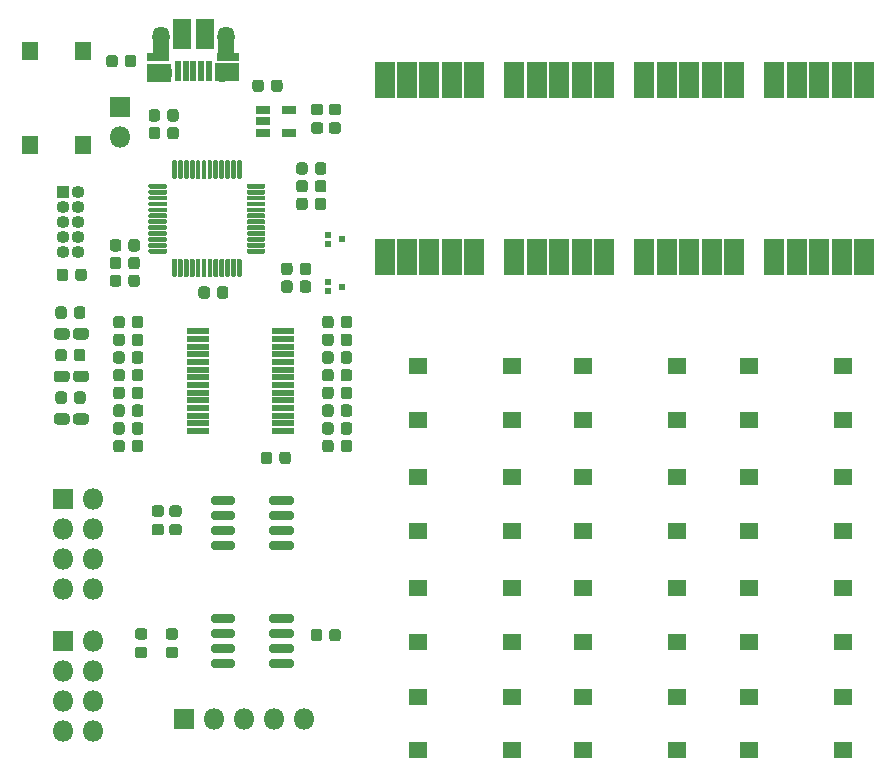
<source format=gbr>
%TF.GenerationSoftware,KiCad,Pcbnew,5.1.6~rc1+dfsg1-1+b1*%
%TF.CreationDate,2020-05-13T20:21:58-07:00*%
%TF.ProjectId,target_board,74617267-6574-45f6-926f-6172642e6b69,rev?*%
%TF.SameCoordinates,Original*%
%TF.FileFunction,Soldermask,Top*%
%TF.FilePolarity,Negative*%
%FSLAX46Y46*%
G04 Gerber Fmt 4.6, Leading zero omitted, Abs format (unit mm)*
G04 Created by KiCad (PCBNEW 5.1.6~rc1+dfsg1-1+b1) date 2020-05-13 20:21:58*
%MOMM*%
%LPD*%
G01*
G04 APERTURE LIST*
%ADD10R,1.650000X1.400000*%
%ADD11R,1.450000X2.100000*%
%ADD12R,1.925000X0.800000*%
%ADD13R,2.100000X1.600000*%
%ADD14R,0.500000X1.750000*%
%ADD15O,1.200000X1.600000*%
%ADD16O,1.450000X1.800000*%
%ADD17R,1.530000X2.600000*%
%ADD18R,1.800000X1.800000*%
%ADD19O,1.800000X1.800000*%
%ADD20R,1.100000X1.100000*%
%ADD21O,1.100000X1.100000*%
%ADD22R,0.550000X0.500000*%
%ADD23R,0.550000X0.600000*%
%ADD24R,1.400000X1.650000*%
%ADD25R,1.160000X0.750000*%
%ADD26R,1.750000X3.100000*%
%ADD27R,1.850000X0.550000*%
G04 APERTURE END LIST*
%TO.C,R29*%
G36*
G01*
X42918750Y-90487500D02*
X43481250Y-90487500D01*
G75*
G02*
X43725000Y-90731250I0J-243750D01*
G01*
X43725000Y-91218750D01*
G75*
G02*
X43481250Y-91462500I-243750J0D01*
G01*
X42918750Y-91462500D01*
G75*
G02*
X42675000Y-91218750I0J243750D01*
G01*
X42675000Y-90731250D01*
G75*
G02*
X42918750Y-90487500I243750J0D01*
G01*
G37*
G36*
G01*
X42918750Y-88912500D02*
X43481250Y-88912500D01*
G75*
G02*
X43725000Y-89156250I0J-243750D01*
G01*
X43725000Y-89643750D01*
G75*
G02*
X43481250Y-89887500I-243750J0D01*
G01*
X42918750Y-89887500D01*
G75*
G02*
X42675000Y-89643750I0J243750D01*
G01*
X42675000Y-89156250D01*
G75*
G02*
X42918750Y-88912500I243750J0D01*
G01*
G37*
%TD*%
%TO.C,R28*%
G36*
G01*
X40318750Y-90487500D02*
X40881250Y-90487500D01*
G75*
G02*
X41125000Y-90731250I0J-243750D01*
G01*
X41125000Y-91218750D01*
G75*
G02*
X40881250Y-91462500I-243750J0D01*
G01*
X40318750Y-91462500D01*
G75*
G02*
X40075000Y-91218750I0J243750D01*
G01*
X40075000Y-90731250D01*
G75*
G02*
X40318750Y-90487500I243750J0D01*
G01*
G37*
G36*
G01*
X40318750Y-88912500D02*
X40881250Y-88912500D01*
G75*
G02*
X41125000Y-89156250I0J-243750D01*
G01*
X41125000Y-89643750D01*
G75*
G02*
X40881250Y-89887500I-243750J0D01*
G01*
X40318750Y-89887500D01*
G75*
G02*
X40075000Y-89643750I0J243750D01*
G01*
X40075000Y-89156250D01*
G75*
G02*
X40318750Y-88912500I243750J0D01*
G01*
G37*
%TD*%
D10*
%TO.C,SW6*%
X78020000Y-71250000D03*
X78020000Y-66750000D03*
X85980000Y-66750000D03*
X85980000Y-71250000D03*
%TD*%
%TO.C,SW5*%
X71980000Y-99250000D03*
X71980000Y-94750000D03*
X64020000Y-94750000D03*
X64020000Y-99250000D03*
%TD*%
%TO.C,U3*%
G36*
G01*
X43512500Y-59200000D02*
X43312500Y-59200000D01*
G75*
G02*
X43212500Y-59100000I0J100000D01*
G01*
X43212500Y-57725000D01*
G75*
G02*
X43312500Y-57625000I100000J0D01*
G01*
X43512500Y-57625000D01*
G75*
G02*
X43612500Y-57725000I0J-100000D01*
G01*
X43612500Y-59100000D01*
G75*
G02*
X43512500Y-59200000I-100000J0D01*
G01*
G37*
G36*
G01*
X44012500Y-59200000D02*
X43812500Y-59200000D01*
G75*
G02*
X43712500Y-59100000I0J100000D01*
G01*
X43712500Y-57725000D01*
G75*
G02*
X43812500Y-57625000I100000J0D01*
G01*
X44012500Y-57625000D01*
G75*
G02*
X44112500Y-57725000I0J-100000D01*
G01*
X44112500Y-59100000D01*
G75*
G02*
X44012500Y-59200000I-100000J0D01*
G01*
G37*
G36*
G01*
X44512500Y-59200000D02*
X44312500Y-59200000D01*
G75*
G02*
X44212500Y-59100000I0J100000D01*
G01*
X44212500Y-57725000D01*
G75*
G02*
X44312500Y-57625000I100000J0D01*
G01*
X44512500Y-57625000D01*
G75*
G02*
X44612500Y-57725000I0J-100000D01*
G01*
X44612500Y-59100000D01*
G75*
G02*
X44512500Y-59200000I-100000J0D01*
G01*
G37*
G36*
G01*
X45012500Y-59200000D02*
X44812500Y-59200000D01*
G75*
G02*
X44712500Y-59100000I0J100000D01*
G01*
X44712500Y-57725000D01*
G75*
G02*
X44812500Y-57625000I100000J0D01*
G01*
X45012500Y-57625000D01*
G75*
G02*
X45112500Y-57725000I0J-100000D01*
G01*
X45112500Y-59100000D01*
G75*
G02*
X45012500Y-59200000I-100000J0D01*
G01*
G37*
G36*
G01*
X45512500Y-59200000D02*
X45312500Y-59200000D01*
G75*
G02*
X45212500Y-59100000I0J100000D01*
G01*
X45212500Y-57725000D01*
G75*
G02*
X45312500Y-57625000I100000J0D01*
G01*
X45512500Y-57625000D01*
G75*
G02*
X45612500Y-57725000I0J-100000D01*
G01*
X45612500Y-59100000D01*
G75*
G02*
X45512500Y-59200000I-100000J0D01*
G01*
G37*
G36*
G01*
X46012500Y-59200000D02*
X45812500Y-59200000D01*
G75*
G02*
X45712500Y-59100000I0J100000D01*
G01*
X45712500Y-57725000D01*
G75*
G02*
X45812500Y-57625000I100000J0D01*
G01*
X46012500Y-57625000D01*
G75*
G02*
X46112500Y-57725000I0J-100000D01*
G01*
X46112500Y-59100000D01*
G75*
G02*
X46012500Y-59200000I-100000J0D01*
G01*
G37*
G36*
G01*
X46512500Y-59200000D02*
X46312500Y-59200000D01*
G75*
G02*
X46212500Y-59100000I0J100000D01*
G01*
X46212500Y-57725000D01*
G75*
G02*
X46312500Y-57625000I100000J0D01*
G01*
X46512500Y-57625000D01*
G75*
G02*
X46612500Y-57725000I0J-100000D01*
G01*
X46612500Y-59100000D01*
G75*
G02*
X46512500Y-59200000I-100000J0D01*
G01*
G37*
G36*
G01*
X47012500Y-59200000D02*
X46812500Y-59200000D01*
G75*
G02*
X46712500Y-59100000I0J100000D01*
G01*
X46712500Y-57725000D01*
G75*
G02*
X46812500Y-57625000I100000J0D01*
G01*
X47012500Y-57625000D01*
G75*
G02*
X47112500Y-57725000I0J-100000D01*
G01*
X47112500Y-59100000D01*
G75*
G02*
X47012500Y-59200000I-100000J0D01*
G01*
G37*
G36*
G01*
X47512500Y-59200000D02*
X47312500Y-59200000D01*
G75*
G02*
X47212500Y-59100000I0J100000D01*
G01*
X47212500Y-57725000D01*
G75*
G02*
X47312500Y-57625000I100000J0D01*
G01*
X47512500Y-57625000D01*
G75*
G02*
X47612500Y-57725000I0J-100000D01*
G01*
X47612500Y-59100000D01*
G75*
G02*
X47512500Y-59200000I-100000J0D01*
G01*
G37*
G36*
G01*
X48012500Y-59200000D02*
X47812500Y-59200000D01*
G75*
G02*
X47712500Y-59100000I0J100000D01*
G01*
X47712500Y-57725000D01*
G75*
G02*
X47812500Y-57625000I100000J0D01*
G01*
X48012500Y-57625000D01*
G75*
G02*
X48112500Y-57725000I0J-100000D01*
G01*
X48112500Y-59100000D01*
G75*
G02*
X48012500Y-59200000I-100000J0D01*
G01*
G37*
G36*
G01*
X48512500Y-59200000D02*
X48312500Y-59200000D01*
G75*
G02*
X48212500Y-59100000I0J100000D01*
G01*
X48212500Y-57725000D01*
G75*
G02*
X48312500Y-57625000I100000J0D01*
G01*
X48512500Y-57625000D01*
G75*
G02*
X48612500Y-57725000I0J-100000D01*
G01*
X48612500Y-59100000D01*
G75*
G02*
X48512500Y-59200000I-100000J0D01*
G01*
G37*
G36*
G01*
X49012500Y-59200000D02*
X48812500Y-59200000D01*
G75*
G02*
X48712500Y-59100000I0J100000D01*
G01*
X48712500Y-57725000D01*
G75*
G02*
X48812500Y-57625000I100000J0D01*
G01*
X49012500Y-57625000D01*
G75*
G02*
X49112500Y-57725000I0J-100000D01*
G01*
X49112500Y-59100000D01*
G75*
G02*
X49012500Y-59200000I-100000J0D01*
G01*
G37*
G36*
G01*
X51012500Y-57200000D02*
X49637500Y-57200000D01*
G75*
G02*
X49537500Y-57100000I0J100000D01*
G01*
X49537500Y-56900000D01*
G75*
G02*
X49637500Y-56800000I100000J0D01*
G01*
X51012500Y-56800000D01*
G75*
G02*
X51112500Y-56900000I0J-100000D01*
G01*
X51112500Y-57100000D01*
G75*
G02*
X51012500Y-57200000I-100000J0D01*
G01*
G37*
G36*
G01*
X51012500Y-56700000D02*
X49637500Y-56700000D01*
G75*
G02*
X49537500Y-56600000I0J100000D01*
G01*
X49537500Y-56400000D01*
G75*
G02*
X49637500Y-56300000I100000J0D01*
G01*
X51012500Y-56300000D01*
G75*
G02*
X51112500Y-56400000I0J-100000D01*
G01*
X51112500Y-56600000D01*
G75*
G02*
X51012500Y-56700000I-100000J0D01*
G01*
G37*
G36*
G01*
X51012500Y-56200000D02*
X49637500Y-56200000D01*
G75*
G02*
X49537500Y-56100000I0J100000D01*
G01*
X49537500Y-55900000D01*
G75*
G02*
X49637500Y-55800000I100000J0D01*
G01*
X51012500Y-55800000D01*
G75*
G02*
X51112500Y-55900000I0J-100000D01*
G01*
X51112500Y-56100000D01*
G75*
G02*
X51012500Y-56200000I-100000J0D01*
G01*
G37*
G36*
G01*
X51012500Y-55700000D02*
X49637500Y-55700000D01*
G75*
G02*
X49537500Y-55600000I0J100000D01*
G01*
X49537500Y-55400000D01*
G75*
G02*
X49637500Y-55300000I100000J0D01*
G01*
X51012500Y-55300000D01*
G75*
G02*
X51112500Y-55400000I0J-100000D01*
G01*
X51112500Y-55600000D01*
G75*
G02*
X51012500Y-55700000I-100000J0D01*
G01*
G37*
G36*
G01*
X51012500Y-55200000D02*
X49637500Y-55200000D01*
G75*
G02*
X49537500Y-55100000I0J100000D01*
G01*
X49537500Y-54900000D01*
G75*
G02*
X49637500Y-54800000I100000J0D01*
G01*
X51012500Y-54800000D01*
G75*
G02*
X51112500Y-54900000I0J-100000D01*
G01*
X51112500Y-55100000D01*
G75*
G02*
X51012500Y-55200000I-100000J0D01*
G01*
G37*
G36*
G01*
X51012500Y-54700000D02*
X49637500Y-54700000D01*
G75*
G02*
X49537500Y-54600000I0J100000D01*
G01*
X49537500Y-54400000D01*
G75*
G02*
X49637500Y-54300000I100000J0D01*
G01*
X51012500Y-54300000D01*
G75*
G02*
X51112500Y-54400000I0J-100000D01*
G01*
X51112500Y-54600000D01*
G75*
G02*
X51012500Y-54700000I-100000J0D01*
G01*
G37*
G36*
G01*
X51012500Y-54200000D02*
X49637500Y-54200000D01*
G75*
G02*
X49537500Y-54100000I0J100000D01*
G01*
X49537500Y-53900000D01*
G75*
G02*
X49637500Y-53800000I100000J0D01*
G01*
X51012500Y-53800000D01*
G75*
G02*
X51112500Y-53900000I0J-100000D01*
G01*
X51112500Y-54100000D01*
G75*
G02*
X51012500Y-54200000I-100000J0D01*
G01*
G37*
G36*
G01*
X51012500Y-53700000D02*
X49637500Y-53700000D01*
G75*
G02*
X49537500Y-53600000I0J100000D01*
G01*
X49537500Y-53400000D01*
G75*
G02*
X49637500Y-53300000I100000J0D01*
G01*
X51012500Y-53300000D01*
G75*
G02*
X51112500Y-53400000I0J-100000D01*
G01*
X51112500Y-53600000D01*
G75*
G02*
X51012500Y-53700000I-100000J0D01*
G01*
G37*
G36*
G01*
X51012500Y-53200000D02*
X49637500Y-53200000D01*
G75*
G02*
X49537500Y-53100000I0J100000D01*
G01*
X49537500Y-52900000D01*
G75*
G02*
X49637500Y-52800000I100000J0D01*
G01*
X51012500Y-52800000D01*
G75*
G02*
X51112500Y-52900000I0J-100000D01*
G01*
X51112500Y-53100000D01*
G75*
G02*
X51012500Y-53200000I-100000J0D01*
G01*
G37*
G36*
G01*
X51012500Y-52700000D02*
X49637500Y-52700000D01*
G75*
G02*
X49537500Y-52600000I0J100000D01*
G01*
X49537500Y-52400000D01*
G75*
G02*
X49637500Y-52300000I100000J0D01*
G01*
X51012500Y-52300000D01*
G75*
G02*
X51112500Y-52400000I0J-100000D01*
G01*
X51112500Y-52600000D01*
G75*
G02*
X51012500Y-52700000I-100000J0D01*
G01*
G37*
G36*
G01*
X51012500Y-52200000D02*
X49637500Y-52200000D01*
G75*
G02*
X49537500Y-52100000I0J100000D01*
G01*
X49537500Y-51900000D01*
G75*
G02*
X49637500Y-51800000I100000J0D01*
G01*
X51012500Y-51800000D01*
G75*
G02*
X51112500Y-51900000I0J-100000D01*
G01*
X51112500Y-52100000D01*
G75*
G02*
X51012500Y-52200000I-100000J0D01*
G01*
G37*
G36*
G01*
X51012500Y-51700000D02*
X49637500Y-51700000D01*
G75*
G02*
X49537500Y-51600000I0J100000D01*
G01*
X49537500Y-51400000D01*
G75*
G02*
X49637500Y-51300000I100000J0D01*
G01*
X51012500Y-51300000D01*
G75*
G02*
X51112500Y-51400000I0J-100000D01*
G01*
X51112500Y-51600000D01*
G75*
G02*
X51012500Y-51700000I-100000J0D01*
G01*
G37*
G36*
G01*
X49012500Y-50875000D02*
X48812500Y-50875000D01*
G75*
G02*
X48712500Y-50775000I0J100000D01*
G01*
X48712500Y-49400000D01*
G75*
G02*
X48812500Y-49300000I100000J0D01*
G01*
X49012500Y-49300000D01*
G75*
G02*
X49112500Y-49400000I0J-100000D01*
G01*
X49112500Y-50775000D01*
G75*
G02*
X49012500Y-50875000I-100000J0D01*
G01*
G37*
G36*
G01*
X48512500Y-50875000D02*
X48312500Y-50875000D01*
G75*
G02*
X48212500Y-50775000I0J100000D01*
G01*
X48212500Y-49400000D01*
G75*
G02*
X48312500Y-49300000I100000J0D01*
G01*
X48512500Y-49300000D01*
G75*
G02*
X48612500Y-49400000I0J-100000D01*
G01*
X48612500Y-50775000D01*
G75*
G02*
X48512500Y-50875000I-100000J0D01*
G01*
G37*
G36*
G01*
X48012500Y-50875000D02*
X47812500Y-50875000D01*
G75*
G02*
X47712500Y-50775000I0J100000D01*
G01*
X47712500Y-49400000D01*
G75*
G02*
X47812500Y-49300000I100000J0D01*
G01*
X48012500Y-49300000D01*
G75*
G02*
X48112500Y-49400000I0J-100000D01*
G01*
X48112500Y-50775000D01*
G75*
G02*
X48012500Y-50875000I-100000J0D01*
G01*
G37*
G36*
G01*
X47512500Y-50875000D02*
X47312500Y-50875000D01*
G75*
G02*
X47212500Y-50775000I0J100000D01*
G01*
X47212500Y-49400000D01*
G75*
G02*
X47312500Y-49300000I100000J0D01*
G01*
X47512500Y-49300000D01*
G75*
G02*
X47612500Y-49400000I0J-100000D01*
G01*
X47612500Y-50775000D01*
G75*
G02*
X47512500Y-50875000I-100000J0D01*
G01*
G37*
G36*
G01*
X47012500Y-50875000D02*
X46812500Y-50875000D01*
G75*
G02*
X46712500Y-50775000I0J100000D01*
G01*
X46712500Y-49400000D01*
G75*
G02*
X46812500Y-49300000I100000J0D01*
G01*
X47012500Y-49300000D01*
G75*
G02*
X47112500Y-49400000I0J-100000D01*
G01*
X47112500Y-50775000D01*
G75*
G02*
X47012500Y-50875000I-100000J0D01*
G01*
G37*
G36*
G01*
X46512500Y-50875000D02*
X46312500Y-50875000D01*
G75*
G02*
X46212500Y-50775000I0J100000D01*
G01*
X46212500Y-49400000D01*
G75*
G02*
X46312500Y-49300000I100000J0D01*
G01*
X46512500Y-49300000D01*
G75*
G02*
X46612500Y-49400000I0J-100000D01*
G01*
X46612500Y-50775000D01*
G75*
G02*
X46512500Y-50875000I-100000J0D01*
G01*
G37*
G36*
G01*
X46012500Y-50875000D02*
X45812500Y-50875000D01*
G75*
G02*
X45712500Y-50775000I0J100000D01*
G01*
X45712500Y-49400000D01*
G75*
G02*
X45812500Y-49300000I100000J0D01*
G01*
X46012500Y-49300000D01*
G75*
G02*
X46112500Y-49400000I0J-100000D01*
G01*
X46112500Y-50775000D01*
G75*
G02*
X46012500Y-50875000I-100000J0D01*
G01*
G37*
G36*
G01*
X45512500Y-50875000D02*
X45312500Y-50875000D01*
G75*
G02*
X45212500Y-50775000I0J100000D01*
G01*
X45212500Y-49400000D01*
G75*
G02*
X45312500Y-49300000I100000J0D01*
G01*
X45512500Y-49300000D01*
G75*
G02*
X45612500Y-49400000I0J-100000D01*
G01*
X45612500Y-50775000D01*
G75*
G02*
X45512500Y-50875000I-100000J0D01*
G01*
G37*
G36*
G01*
X45012500Y-50875000D02*
X44812500Y-50875000D01*
G75*
G02*
X44712500Y-50775000I0J100000D01*
G01*
X44712500Y-49400000D01*
G75*
G02*
X44812500Y-49300000I100000J0D01*
G01*
X45012500Y-49300000D01*
G75*
G02*
X45112500Y-49400000I0J-100000D01*
G01*
X45112500Y-50775000D01*
G75*
G02*
X45012500Y-50875000I-100000J0D01*
G01*
G37*
G36*
G01*
X44512500Y-50875000D02*
X44312500Y-50875000D01*
G75*
G02*
X44212500Y-50775000I0J100000D01*
G01*
X44212500Y-49400000D01*
G75*
G02*
X44312500Y-49300000I100000J0D01*
G01*
X44512500Y-49300000D01*
G75*
G02*
X44612500Y-49400000I0J-100000D01*
G01*
X44612500Y-50775000D01*
G75*
G02*
X44512500Y-50875000I-100000J0D01*
G01*
G37*
G36*
G01*
X44012500Y-50875000D02*
X43812500Y-50875000D01*
G75*
G02*
X43712500Y-50775000I0J100000D01*
G01*
X43712500Y-49400000D01*
G75*
G02*
X43812500Y-49300000I100000J0D01*
G01*
X44012500Y-49300000D01*
G75*
G02*
X44112500Y-49400000I0J-100000D01*
G01*
X44112500Y-50775000D01*
G75*
G02*
X44012500Y-50875000I-100000J0D01*
G01*
G37*
G36*
G01*
X43512500Y-50875000D02*
X43312500Y-50875000D01*
G75*
G02*
X43212500Y-50775000I0J100000D01*
G01*
X43212500Y-49400000D01*
G75*
G02*
X43312500Y-49300000I100000J0D01*
G01*
X43512500Y-49300000D01*
G75*
G02*
X43612500Y-49400000I0J-100000D01*
G01*
X43612500Y-50775000D01*
G75*
G02*
X43512500Y-50875000I-100000J0D01*
G01*
G37*
G36*
G01*
X42687500Y-51700000D02*
X41312500Y-51700000D01*
G75*
G02*
X41212500Y-51600000I0J100000D01*
G01*
X41212500Y-51400000D01*
G75*
G02*
X41312500Y-51300000I100000J0D01*
G01*
X42687500Y-51300000D01*
G75*
G02*
X42787500Y-51400000I0J-100000D01*
G01*
X42787500Y-51600000D01*
G75*
G02*
X42687500Y-51700000I-100000J0D01*
G01*
G37*
G36*
G01*
X42687500Y-52200000D02*
X41312500Y-52200000D01*
G75*
G02*
X41212500Y-52100000I0J100000D01*
G01*
X41212500Y-51900000D01*
G75*
G02*
X41312500Y-51800000I100000J0D01*
G01*
X42687500Y-51800000D01*
G75*
G02*
X42787500Y-51900000I0J-100000D01*
G01*
X42787500Y-52100000D01*
G75*
G02*
X42687500Y-52200000I-100000J0D01*
G01*
G37*
G36*
G01*
X42687500Y-52700000D02*
X41312500Y-52700000D01*
G75*
G02*
X41212500Y-52600000I0J100000D01*
G01*
X41212500Y-52400000D01*
G75*
G02*
X41312500Y-52300000I100000J0D01*
G01*
X42687500Y-52300000D01*
G75*
G02*
X42787500Y-52400000I0J-100000D01*
G01*
X42787500Y-52600000D01*
G75*
G02*
X42687500Y-52700000I-100000J0D01*
G01*
G37*
G36*
G01*
X42687500Y-53200000D02*
X41312500Y-53200000D01*
G75*
G02*
X41212500Y-53100000I0J100000D01*
G01*
X41212500Y-52900000D01*
G75*
G02*
X41312500Y-52800000I100000J0D01*
G01*
X42687500Y-52800000D01*
G75*
G02*
X42787500Y-52900000I0J-100000D01*
G01*
X42787500Y-53100000D01*
G75*
G02*
X42687500Y-53200000I-100000J0D01*
G01*
G37*
G36*
G01*
X42687500Y-53700000D02*
X41312500Y-53700000D01*
G75*
G02*
X41212500Y-53600000I0J100000D01*
G01*
X41212500Y-53400000D01*
G75*
G02*
X41312500Y-53300000I100000J0D01*
G01*
X42687500Y-53300000D01*
G75*
G02*
X42787500Y-53400000I0J-100000D01*
G01*
X42787500Y-53600000D01*
G75*
G02*
X42687500Y-53700000I-100000J0D01*
G01*
G37*
G36*
G01*
X42687500Y-54200000D02*
X41312500Y-54200000D01*
G75*
G02*
X41212500Y-54100000I0J100000D01*
G01*
X41212500Y-53900000D01*
G75*
G02*
X41312500Y-53800000I100000J0D01*
G01*
X42687500Y-53800000D01*
G75*
G02*
X42787500Y-53900000I0J-100000D01*
G01*
X42787500Y-54100000D01*
G75*
G02*
X42687500Y-54200000I-100000J0D01*
G01*
G37*
G36*
G01*
X42687500Y-54700000D02*
X41312500Y-54700000D01*
G75*
G02*
X41212500Y-54600000I0J100000D01*
G01*
X41212500Y-54400000D01*
G75*
G02*
X41312500Y-54300000I100000J0D01*
G01*
X42687500Y-54300000D01*
G75*
G02*
X42787500Y-54400000I0J-100000D01*
G01*
X42787500Y-54600000D01*
G75*
G02*
X42687500Y-54700000I-100000J0D01*
G01*
G37*
G36*
G01*
X42687500Y-55200000D02*
X41312500Y-55200000D01*
G75*
G02*
X41212500Y-55100000I0J100000D01*
G01*
X41212500Y-54900000D01*
G75*
G02*
X41312500Y-54800000I100000J0D01*
G01*
X42687500Y-54800000D01*
G75*
G02*
X42787500Y-54900000I0J-100000D01*
G01*
X42787500Y-55100000D01*
G75*
G02*
X42687500Y-55200000I-100000J0D01*
G01*
G37*
G36*
G01*
X42687500Y-55700000D02*
X41312500Y-55700000D01*
G75*
G02*
X41212500Y-55600000I0J100000D01*
G01*
X41212500Y-55400000D01*
G75*
G02*
X41312500Y-55300000I100000J0D01*
G01*
X42687500Y-55300000D01*
G75*
G02*
X42787500Y-55400000I0J-100000D01*
G01*
X42787500Y-55600000D01*
G75*
G02*
X42687500Y-55700000I-100000J0D01*
G01*
G37*
G36*
G01*
X42687500Y-56200000D02*
X41312500Y-56200000D01*
G75*
G02*
X41212500Y-56100000I0J100000D01*
G01*
X41212500Y-55900000D01*
G75*
G02*
X41312500Y-55800000I100000J0D01*
G01*
X42687500Y-55800000D01*
G75*
G02*
X42787500Y-55900000I0J-100000D01*
G01*
X42787500Y-56100000D01*
G75*
G02*
X42687500Y-56200000I-100000J0D01*
G01*
G37*
G36*
G01*
X42687500Y-56700000D02*
X41312500Y-56700000D01*
G75*
G02*
X41212500Y-56600000I0J100000D01*
G01*
X41212500Y-56400000D01*
G75*
G02*
X41312500Y-56300000I100000J0D01*
G01*
X42687500Y-56300000D01*
G75*
G02*
X42787500Y-56400000I0J-100000D01*
G01*
X42787500Y-56600000D01*
G75*
G02*
X42687500Y-56700000I-100000J0D01*
G01*
G37*
G36*
G01*
X42687500Y-57200000D02*
X41312500Y-57200000D01*
G75*
G02*
X41212500Y-57100000I0J100000D01*
G01*
X41212500Y-56900000D01*
G75*
G02*
X41312500Y-56800000I100000J0D01*
G01*
X42687500Y-56800000D01*
G75*
G02*
X42787500Y-56900000I0J-100000D01*
G01*
X42787500Y-57100000D01*
G75*
G02*
X42687500Y-57200000I-100000J0D01*
G01*
G37*
%TD*%
%TO.C,C1*%
G36*
G01*
X34412500Y-58718750D02*
X34412500Y-59281250D01*
G75*
G02*
X34168750Y-59525000I-243750J0D01*
G01*
X33681250Y-59525000D01*
G75*
G02*
X33437500Y-59281250I0J243750D01*
G01*
X33437500Y-58718750D01*
G75*
G02*
X33681250Y-58475000I243750J0D01*
G01*
X34168750Y-58475000D01*
G75*
G02*
X34412500Y-58718750I0J-243750D01*
G01*
G37*
G36*
G01*
X35987500Y-58718750D02*
X35987500Y-59281250D01*
G75*
G02*
X35743750Y-59525000I-243750J0D01*
G01*
X35256250Y-59525000D01*
G75*
G02*
X35012500Y-59281250I0J243750D01*
G01*
X35012500Y-58718750D01*
G75*
G02*
X35256250Y-58475000I243750J0D01*
G01*
X35743750Y-58475000D01*
G75*
G02*
X35987500Y-58718750I0J-243750D01*
G01*
G37*
%TD*%
%TO.C,C2*%
G36*
G01*
X51587500Y-43281250D02*
X51587500Y-42718750D01*
G75*
G02*
X51831250Y-42475000I243750J0D01*
G01*
X52318750Y-42475000D01*
G75*
G02*
X52562500Y-42718750I0J-243750D01*
G01*
X52562500Y-43281250D01*
G75*
G02*
X52318750Y-43525000I-243750J0D01*
G01*
X51831250Y-43525000D01*
G75*
G02*
X51587500Y-43281250I0J243750D01*
G01*
G37*
G36*
G01*
X50012500Y-43281250D02*
X50012500Y-42718750D01*
G75*
G02*
X50256250Y-42475000I243750J0D01*
G01*
X50743750Y-42475000D01*
G75*
G02*
X50987500Y-42718750I0J-243750D01*
G01*
X50987500Y-43281250D01*
G75*
G02*
X50743750Y-43525000I-243750J0D01*
G01*
X50256250Y-43525000D01*
G75*
G02*
X50012500Y-43281250I0J243750D01*
G01*
G37*
%TD*%
%TO.C,C3*%
G36*
G01*
X55218750Y-46087500D02*
X55781250Y-46087500D01*
G75*
G02*
X56025000Y-46331250I0J-243750D01*
G01*
X56025000Y-46818750D01*
G75*
G02*
X55781250Y-47062500I-243750J0D01*
G01*
X55218750Y-47062500D01*
G75*
G02*
X54975000Y-46818750I0J243750D01*
G01*
X54975000Y-46331250D01*
G75*
G02*
X55218750Y-46087500I243750J0D01*
G01*
G37*
G36*
G01*
X55218750Y-44512500D02*
X55781250Y-44512500D01*
G75*
G02*
X56025000Y-44756250I0J-243750D01*
G01*
X56025000Y-45243750D01*
G75*
G02*
X55781250Y-45487500I-243750J0D01*
G01*
X55218750Y-45487500D01*
G75*
G02*
X54975000Y-45243750I0J243750D01*
G01*
X54975000Y-44756250D01*
G75*
G02*
X55218750Y-44512500I243750J0D01*
G01*
G37*
%TD*%
%TO.C,C4*%
G36*
G01*
X38912500Y-57718750D02*
X38912500Y-58281250D01*
G75*
G02*
X38668750Y-58525000I-243750J0D01*
G01*
X38181250Y-58525000D01*
G75*
G02*
X37937500Y-58281250I0J243750D01*
G01*
X37937500Y-57718750D01*
G75*
G02*
X38181250Y-57475000I243750J0D01*
G01*
X38668750Y-57475000D01*
G75*
G02*
X38912500Y-57718750I0J-243750D01*
G01*
G37*
G36*
G01*
X40487500Y-57718750D02*
X40487500Y-58281250D01*
G75*
G02*
X40243750Y-58525000I-243750J0D01*
G01*
X39756250Y-58525000D01*
G75*
G02*
X39512500Y-58281250I0J243750D01*
G01*
X39512500Y-57718750D01*
G75*
G02*
X39756250Y-57475000I243750J0D01*
G01*
X40243750Y-57475000D01*
G75*
G02*
X40487500Y-57718750I0J-243750D01*
G01*
G37*
%TD*%
%TO.C,C5*%
G36*
G01*
X41225000Y-45781250D02*
X41225000Y-45218750D01*
G75*
G02*
X41468750Y-44975000I243750J0D01*
G01*
X41956250Y-44975000D01*
G75*
G02*
X42200000Y-45218750I0J-243750D01*
G01*
X42200000Y-45781250D01*
G75*
G02*
X41956250Y-46025000I-243750J0D01*
G01*
X41468750Y-46025000D01*
G75*
G02*
X41225000Y-45781250I0J243750D01*
G01*
G37*
G36*
G01*
X42800000Y-45781250D02*
X42800000Y-45218750D01*
G75*
G02*
X43043750Y-44975000I243750J0D01*
G01*
X43531250Y-44975000D01*
G75*
G02*
X43775000Y-45218750I0J-243750D01*
G01*
X43775000Y-45781250D01*
G75*
G02*
X43531250Y-46025000I-243750J0D01*
G01*
X43043750Y-46025000D01*
G75*
G02*
X42800000Y-45781250I0J243750D01*
G01*
G37*
%TD*%
%TO.C,C6*%
G36*
G01*
X38912500Y-59218750D02*
X38912500Y-59781250D01*
G75*
G02*
X38668750Y-60025000I-243750J0D01*
G01*
X38181250Y-60025000D01*
G75*
G02*
X37937500Y-59781250I0J243750D01*
G01*
X37937500Y-59218750D01*
G75*
G02*
X38181250Y-58975000I243750J0D01*
G01*
X38668750Y-58975000D01*
G75*
G02*
X38912500Y-59218750I0J-243750D01*
G01*
G37*
G36*
G01*
X40487500Y-59218750D02*
X40487500Y-59781250D01*
G75*
G02*
X40243750Y-60025000I-243750J0D01*
G01*
X39756250Y-60025000D01*
G75*
G02*
X39512500Y-59781250I0J243750D01*
G01*
X39512500Y-59218750D01*
G75*
G02*
X39756250Y-58975000I243750J0D01*
G01*
X40243750Y-58975000D01*
G75*
G02*
X40487500Y-59218750I0J-243750D01*
G01*
G37*
%TD*%
%TO.C,C7*%
G36*
G01*
X53725000Y-50281250D02*
X53725000Y-49718750D01*
G75*
G02*
X53968750Y-49475000I243750J0D01*
G01*
X54456250Y-49475000D01*
G75*
G02*
X54700000Y-49718750I0J-243750D01*
G01*
X54700000Y-50281250D01*
G75*
G02*
X54456250Y-50525000I-243750J0D01*
G01*
X53968750Y-50525000D01*
G75*
G02*
X53725000Y-50281250I0J243750D01*
G01*
G37*
G36*
G01*
X55300000Y-50281250D02*
X55300000Y-49718750D01*
G75*
G02*
X55543750Y-49475000I243750J0D01*
G01*
X56031250Y-49475000D01*
G75*
G02*
X56275000Y-49718750I0J-243750D01*
G01*
X56275000Y-50281250D01*
G75*
G02*
X56031250Y-50525000I-243750J0D01*
G01*
X55543750Y-50525000D01*
G75*
G02*
X55300000Y-50281250I0J243750D01*
G01*
G37*
%TD*%
%TO.C,C8*%
G36*
G01*
X56718750Y-44512500D02*
X57281250Y-44512500D01*
G75*
G02*
X57525000Y-44756250I0J-243750D01*
G01*
X57525000Y-45243750D01*
G75*
G02*
X57281250Y-45487500I-243750J0D01*
G01*
X56718750Y-45487500D01*
G75*
G02*
X56475000Y-45243750I0J243750D01*
G01*
X56475000Y-44756250D01*
G75*
G02*
X56718750Y-44512500I243750J0D01*
G01*
G37*
G36*
G01*
X56718750Y-46087500D02*
X57281250Y-46087500D01*
G75*
G02*
X57525000Y-46331250I0J-243750D01*
G01*
X57525000Y-46818750D01*
G75*
G02*
X57281250Y-47062500I-243750J0D01*
G01*
X56718750Y-47062500D01*
G75*
G02*
X56475000Y-46818750I0J243750D01*
G01*
X56475000Y-46331250D01*
G75*
G02*
X56718750Y-46087500I243750J0D01*
G01*
G37*
%TD*%
%TO.C,C9*%
G36*
G01*
X41225000Y-47281250D02*
X41225000Y-46718750D01*
G75*
G02*
X41468750Y-46475000I243750J0D01*
G01*
X41956250Y-46475000D01*
G75*
G02*
X42200000Y-46718750I0J-243750D01*
G01*
X42200000Y-47281250D01*
G75*
G02*
X41956250Y-47525000I-243750J0D01*
G01*
X41468750Y-47525000D01*
G75*
G02*
X41225000Y-47281250I0J243750D01*
G01*
G37*
G36*
G01*
X42800000Y-47281250D02*
X42800000Y-46718750D01*
G75*
G02*
X43043750Y-46475000I243750J0D01*
G01*
X43531250Y-46475000D01*
G75*
G02*
X43775000Y-46718750I0J-243750D01*
G01*
X43775000Y-47281250D01*
G75*
G02*
X43531250Y-47525000I-243750J0D01*
G01*
X43043750Y-47525000D01*
G75*
G02*
X42800000Y-47281250I0J243750D01*
G01*
G37*
%TD*%
%TO.C,C10*%
G36*
G01*
X46412500Y-60218750D02*
X46412500Y-60781250D01*
G75*
G02*
X46168750Y-61025000I-243750J0D01*
G01*
X45681250Y-61025000D01*
G75*
G02*
X45437500Y-60781250I0J243750D01*
G01*
X45437500Y-60218750D01*
G75*
G02*
X45681250Y-59975000I243750J0D01*
G01*
X46168750Y-59975000D01*
G75*
G02*
X46412500Y-60218750I0J-243750D01*
G01*
G37*
G36*
G01*
X47987500Y-60218750D02*
X47987500Y-60781250D01*
G75*
G02*
X47743750Y-61025000I-243750J0D01*
G01*
X47256250Y-61025000D01*
G75*
G02*
X47012500Y-60781250I0J243750D01*
G01*
X47012500Y-60218750D01*
G75*
G02*
X47256250Y-59975000I243750J0D01*
G01*
X47743750Y-59975000D01*
G75*
G02*
X47987500Y-60218750I0J-243750D01*
G01*
G37*
%TD*%
%TO.C,C11*%
G36*
G01*
X40487500Y-56218750D02*
X40487500Y-56781250D01*
G75*
G02*
X40243750Y-57025000I-243750J0D01*
G01*
X39756250Y-57025000D01*
G75*
G02*
X39512500Y-56781250I0J243750D01*
G01*
X39512500Y-56218750D01*
G75*
G02*
X39756250Y-55975000I243750J0D01*
G01*
X40243750Y-55975000D01*
G75*
G02*
X40487500Y-56218750I0J-243750D01*
G01*
G37*
G36*
G01*
X38912500Y-56218750D02*
X38912500Y-56781250D01*
G75*
G02*
X38668750Y-57025000I-243750J0D01*
G01*
X38181250Y-57025000D01*
G75*
G02*
X37937500Y-56781250I0J243750D01*
G01*
X37937500Y-56218750D01*
G75*
G02*
X38181250Y-55975000I243750J0D01*
G01*
X38668750Y-55975000D01*
G75*
G02*
X38912500Y-56218750I0J-243750D01*
G01*
G37*
%TD*%
%TO.C,C12*%
G36*
G01*
X53275000Y-74218750D02*
X53275000Y-74781250D01*
G75*
G02*
X53031250Y-75025000I-243750J0D01*
G01*
X52543750Y-75025000D01*
G75*
G02*
X52300000Y-74781250I0J243750D01*
G01*
X52300000Y-74218750D01*
G75*
G02*
X52543750Y-73975000I243750J0D01*
G01*
X53031250Y-73975000D01*
G75*
G02*
X53275000Y-74218750I0J-243750D01*
G01*
G37*
G36*
G01*
X51700000Y-74218750D02*
X51700000Y-74781250D01*
G75*
G02*
X51456250Y-75025000I-243750J0D01*
G01*
X50968750Y-75025000D01*
G75*
G02*
X50725000Y-74781250I0J243750D01*
G01*
X50725000Y-74218750D01*
G75*
G02*
X50968750Y-73975000I243750J0D01*
G01*
X51456250Y-73975000D01*
G75*
G02*
X51700000Y-74218750I0J-243750D01*
G01*
G37*
%TD*%
%TO.C,D1*%
G36*
G01*
X33212500Y-64237500D02*
X33212500Y-63762500D01*
G75*
G02*
X33450000Y-63525000I237500J0D01*
G01*
X34300000Y-63525000D01*
G75*
G02*
X34537500Y-63762500I0J-237500D01*
G01*
X34537500Y-64237500D01*
G75*
G02*
X34300000Y-64475000I-237500J0D01*
G01*
X33450000Y-64475000D01*
G75*
G02*
X33212500Y-64237500I0J237500D01*
G01*
G37*
G36*
G01*
X34837500Y-64237500D02*
X34837500Y-63762500D01*
G75*
G02*
X35075000Y-63525000I237500J0D01*
G01*
X35925000Y-63525000D01*
G75*
G02*
X36162500Y-63762500I0J-237500D01*
G01*
X36162500Y-64237500D01*
G75*
G02*
X35925000Y-64475000I-237500J0D01*
G01*
X35075000Y-64475000D01*
G75*
G02*
X34837500Y-64237500I0J237500D01*
G01*
G37*
%TD*%
%TO.C,D2*%
G36*
G01*
X34837500Y-67837500D02*
X34837500Y-67362500D01*
G75*
G02*
X35075000Y-67125000I237500J0D01*
G01*
X35925000Y-67125000D01*
G75*
G02*
X36162500Y-67362500I0J-237500D01*
G01*
X36162500Y-67837500D01*
G75*
G02*
X35925000Y-68075000I-237500J0D01*
G01*
X35075000Y-68075000D01*
G75*
G02*
X34837500Y-67837500I0J237500D01*
G01*
G37*
G36*
G01*
X33212500Y-67837500D02*
X33212500Y-67362500D01*
G75*
G02*
X33450000Y-67125000I237500J0D01*
G01*
X34300000Y-67125000D01*
G75*
G02*
X34537500Y-67362500I0J-237500D01*
G01*
X34537500Y-67837500D01*
G75*
G02*
X34300000Y-68075000I-237500J0D01*
G01*
X33450000Y-68075000D01*
G75*
G02*
X33212500Y-67837500I0J237500D01*
G01*
G37*
%TD*%
%TO.C,D3*%
G36*
G01*
X33212500Y-71437500D02*
X33212500Y-70962500D01*
G75*
G02*
X33450000Y-70725000I237500J0D01*
G01*
X34300000Y-70725000D01*
G75*
G02*
X34537500Y-70962500I0J-237500D01*
G01*
X34537500Y-71437500D01*
G75*
G02*
X34300000Y-71675000I-237500J0D01*
G01*
X33450000Y-71675000D01*
G75*
G02*
X33212500Y-71437500I0J237500D01*
G01*
G37*
G36*
G01*
X34837500Y-71437500D02*
X34837500Y-70962500D01*
G75*
G02*
X35075000Y-70725000I237500J0D01*
G01*
X35925000Y-70725000D01*
G75*
G02*
X36162500Y-70962500I0J-237500D01*
G01*
X36162500Y-71437500D01*
G75*
G02*
X35925000Y-71675000I-237500J0D01*
G01*
X35075000Y-71675000D01*
G75*
G02*
X34837500Y-71437500I0J237500D01*
G01*
G37*
%TD*%
D11*
%TO.C,J1*%
X42275000Y-39815000D03*
X47755000Y-39815000D03*
D12*
X47975000Y-40565000D03*
X42025000Y-40565000D03*
D13*
X47875000Y-41865000D03*
X42125000Y-41885000D03*
D14*
X46325000Y-41765000D03*
X45675000Y-41765000D03*
X45025000Y-41765000D03*
X44375000Y-41765000D03*
X43725000Y-41765000D03*
D15*
X47445000Y-41885000D03*
X42605000Y-41885000D03*
D16*
X47755000Y-38885000D03*
X42295000Y-38885000D03*
D17*
X45985000Y-38615000D03*
X44065000Y-38615000D03*
%TD*%
D18*
%TO.C,J3*%
X44200000Y-96600000D03*
D19*
X46740000Y-96600000D03*
X49280000Y-96600000D03*
X51820000Y-96600000D03*
X54360000Y-96600000D03*
%TD*%
D20*
%TO.C,J5*%
X34000000Y-52000000D03*
D21*
X35270000Y-52000000D03*
X34000000Y-53270000D03*
X35270000Y-53270000D03*
X34000000Y-54540000D03*
X35270000Y-54540000D03*
X34000000Y-55810000D03*
X35270000Y-55810000D03*
X34000000Y-57080000D03*
X35270000Y-57080000D03*
%TD*%
D18*
%TO.C,J6*%
X38800000Y-44760000D03*
D19*
X38800000Y-47300000D03*
%TD*%
D22*
%TO.C,Q1*%
X56425000Y-59600000D03*
X56425000Y-60400000D03*
D23*
X57575000Y-60000000D03*
%TD*%
%TO.C,Q2*%
X57575000Y-56000000D03*
D22*
X56425000Y-56400000D03*
X56425000Y-55600000D03*
%TD*%
%TO.C,R1*%
G36*
G01*
X43218750Y-78512500D02*
X43781250Y-78512500D01*
G75*
G02*
X44025000Y-78756250I0J-243750D01*
G01*
X44025000Y-79243750D01*
G75*
G02*
X43781250Y-79487500I-243750J0D01*
G01*
X43218750Y-79487500D01*
G75*
G02*
X42975000Y-79243750I0J243750D01*
G01*
X42975000Y-78756250D01*
G75*
G02*
X43218750Y-78512500I243750J0D01*
G01*
G37*
G36*
G01*
X43218750Y-80087500D02*
X43781250Y-80087500D01*
G75*
G02*
X44025000Y-80331250I0J-243750D01*
G01*
X44025000Y-80818750D01*
G75*
G02*
X43781250Y-81062500I-243750J0D01*
G01*
X43218750Y-81062500D01*
G75*
G02*
X42975000Y-80818750I0J243750D01*
G01*
X42975000Y-80331250D01*
G75*
G02*
X43218750Y-80087500I243750J0D01*
G01*
G37*
%TD*%
%TO.C,R2*%
G36*
G01*
X41718750Y-80087500D02*
X42281250Y-80087500D01*
G75*
G02*
X42525000Y-80331250I0J-243750D01*
G01*
X42525000Y-80818750D01*
G75*
G02*
X42281250Y-81062500I-243750J0D01*
G01*
X41718750Y-81062500D01*
G75*
G02*
X41475000Y-80818750I0J243750D01*
G01*
X41475000Y-80331250D01*
G75*
G02*
X41718750Y-80087500I243750J0D01*
G01*
G37*
G36*
G01*
X41718750Y-78512500D02*
X42281250Y-78512500D01*
G75*
G02*
X42525000Y-78756250I0J-243750D01*
G01*
X42525000Y-79243750D01*
G75*
G02*
X42281250Y-79487500I-243750J0D01*
G01*
X41718750Y-79487500D01*
G75*
G02*
X41475000Y-79243750I0J243750D01*
G01*
X41475000Y-78756250D01*
G75*
G02*
X41718750Y-78512500I243750J0D01*
G01*
G37*
%TD*%
%TO.C,R3*%
G36*
G01*
X39212500Y-41181250D02*
X39212500Y-40618750D01*
G75*
G02*
X39456250Y-40375000I243750J0D01*
G01*
X39943750Y-40375000D01*
G75*
G02*
X40187500Y-40618750I0J-243750D01*
G01*
X40187500Y-41181250D01*
G75*
G02*
X39943750Y-41425000I-243750J0D01*
G01*
X39456250Y-41425000D01*
G75*
G02*
X39212500Y-41181250I0J243750D01*
G01*
G37*
G36*
G01*
X37637500Y-41181250D02*
X37637500Y-40618750D01*
G75*
G02*
X37881250Y-40375000I243750J0D01*
G01*
X38368750Y-40375000D01*
G75*
G02*
X38612500Y-40618750I0J-243750D01*
G01*
X38612500Y-41181250D01*
G75*
G02*
X38368750Y-41425000I-243750J0D01*
G01*
X37881250Y-41425000D01*
G75*
G02*
X37637500Y-41181250I0J243750D01*
G01*
G37*
%TD*%
%TO.C,R4*%
G36*
G01*
X54937500Y-89781250D02*
X54937500Y-89218750D01*
G75*
G02*
X55181250Y-88975000I243750J0D01*
G01*
X55668750Y-88975000D01*
G75*
G02*
X55912500Y-89218750I0J-243750D01*
G01*
X55912500Y-89781250D01*
G75*
G02*
X55668750Y-90025000I-243750J0D01*
G01*
X55181250Y-90025000D01*
G75*
G02*
X54937500Y-89781250I0J243750D01*
G01*
G37*
G36*
G01*
X56512500Y-89781250D02*
X56512500Y-89218750D01*
G75*
G02*
X56756250Y-88975000I243750J0D01*
G01*
X57243750Y-88975000D01*
G75*
G02*
X57487500Y-89218750I0J-243750D01*
G01*
X57487500Y-89781250D01*
G75*
G02*
X57243750Y-90025000I-243750J0D01*
G01*
X56756250Y-90025000D01*
G75*
G02*
X56512500Y-89781250I0J243750D01*
G01*
G37*
%TD*%
%TO.C,R5*%
G36*
G01*
X34900000Y-62481250D02*
X34900000Y-61918750D01*
G75*
G02*
X35143750Y-61675000I243750J0D01*
G01*
X35631250Y-61675000D01*
G75*
G02*
X35875000Y-61918750I0J-243750D01*
G01*
X35875000Y-62481250D01*
G75*
G02*
X35631250Y-62725000I-243750J0D01*
G01*
X35143750Y-62725000D01*
G75*
G02*
X34900000Y-62481250I0J243750D01*
G01*
G37*
G36*
G01*
X33325000Y-62481250D02*
X33325000Y-61918750D01*
G75*
G02*
X33568750Y-61675000I243750J0D01*
G01*
X34056250Y-61675000D01*
G75*
G02*
X34300000Y-61918750I0J-243750D01*
G01*
X34300000Y-62481250D01*
G75*
G02*
X34056250Y-62725000I-243750J0D01*
G01*
X33568750Y-62725000D01*
G75*
G02*
X33325000Y-62481250I0J243750D01*
G01*
G37*
%TD*%
%TO.C,R6*%
G36*
G01*
X34900000Y-66081250D02*
X34900000Y-65518750D01*
G75*
G02*
X35143750Y-65275000I243750J0D01*
G01*
X35631250Y-65275000D01*
G75*
G02*
X35875000Y-65518750I0J-243750D01*
G01*
X35875000Y-66081250D01*
G75*
G02*
X35631250Y-66325000I-243750J0D01*
G01*
X35143750Y-66325000D01*
G75*
G02*
X34900000Y-66081250I0J243750D01*
G01*
G37*
G36*
G01*
X33325000Y-66081250D02*
X33325000Y-65518750D01*
G75*
G02*
X33568750Y-65275000I243750J0D01*
G01*
X34056250Y-65275000D01*
G75*
G02*
X34300000Y-65518750I0J-243750D01*
G01*
X34300000Y-66081250D01*
G75*
G02*
X34056250Y-66325000I-243750J0D01*
G01*
X33568750Y-66325000D01*
G75*
G02*
X33325000Y-66081250I0J243750D01*
G01*
G37*
%TD*%
%TO.C,R7*%
G36*
G01*
X53412500Y-58218750D02*
X53412500Y-58781250D01*
G75*
G02*
X53168750Y-59025000I-243750J0D01*
G01*
X52681250Y-59025000D01*
G75*
G02*
X52437500Y-58781250I0J243750D01*
G01*
X52437500Y-58218750D01*
G75*
G02*
X52681250Y-57975000I243750J0D01*
G01*
X53168750Y-57975000D01*
G75*
G02*
X53412500Y-58218750I0J-243750D01*
G01*
G37*
G36*
G01*
X54987500Y-58218750D02*
X54987500Y-58781250D01*
G75*
G02*
X54743750Y-59025000I-243750J0D01*
G01*
X54256250Y-59025000D01*
G75*
G02*
X54012500Y-58781250I0J243750D01*
G01*
X54012500Y-58218750D01*
G75*
G02*
X54256250Y-57975000I243750J0D01*
G01*
X54743750Y-57975000D01*
G75*
G02*
X54987500Y-58218750I0J-243750D01*
G01*
G37*
%TD*%
%TO.C,R8*%
G36*
G01*
X33337500Y-69681250D02*
X33337500Y-69118750D01*
G75*
G02*
X33581250Y-68875000I243750J0D01*
G01*
X34068750Y-68875000D01*
G75*
G02*
X34312500Y-69118750I0J-243750D01*
G01*
X34312500Y-69681250D01*
G75*
G02*
X34068750Y-69925000I-243750J0D01*
G01*
X33581250Y-69925000D01*
G75*
G02*
X33337500Y-69681250I0J243750D01*
G01*
G37*
G36*
G01*
X34912500Y-69681250D02*
X34912500Y-69118750D01*
G75*
G02*
X35156250Y-68875000I243750J0D01*
G01*
X35643750Y-68875000D01*
G75*
G02*
X35887500Y-69118750I0J-243750D01*
G01*
X35887500Y-69681250D01*
G75*
G02*
X35643750Y-69925000I-243750J0D01*
G01*
X35156250Y-69925000D01*
G75*
G02*
X34912500Y-69681250I0J243750D01*
G01*
G37*
%TD*%
%TO.C,R9*%
G36*
G01*
X54012500Y-60281250D02*
X54012500Y-59718750D01*
G75*
G02*
X54256250Y-59475000I243750J0D01*
G01*
X54743750Y-59475000D01*
G75*
G02*
X54987500Y-59718750I0J-243750D01*
G01*
X54987500Y-60281250D01*
G75*
G02*
X54743750Y-60525000I-243750J0D01*
G01*
X54256250Y-60525000D01*
G75*
G02*
X54012500Y-60281250I0J243750D01*
G01*
G37*
G36*
G01*
X52437500Y-60281250D02*
X52437500Y-59718750D01*
G75*
G02*
X52681250Y-59475000I243750J0D01*
G01*
X53168750Y-59475000D01*
G75*
G02*
X53412500Y-59718750I0J-243750D01*
G01*
X53412500Y-60281250D01*
G75*
G02*
X53168750Y-60525000I-243750J0D01*
G01*
X52681250Y-60525000D01*
G75*
G02*
X52437500Y-60281250I0J243750D01*
G01*
G37*
%TD*%
%TO.C,R10*%
G36*
G01*
X56275000Y-52718750D02*
X56275000Y-53281250D01*
G75*
G02*
X56031250Y-53525000I-243750J0D01*
G01*
X55543750Y-53525000D01*
G75*
G02*
X55300000Y-53281250I0J243750D01*
G01*
X55300000Y-52718750D01*
G75*
G02*
X55543750Y-52475000I243750J0D01*
G01*
X56031250Y-52475000D01*
G75*
G02*
X56275000Y-52718750I0J-243750D01*
G01*
G37*
G36*
G01*
X54700000Y-52718750D02*
X54700000Y-53281250D01*
G75*
G02*
X54456250Y-53525000I-243750J0D01*
G01*
X53968750Y-53525000D01*
G75*
G02*
X53725000Y-53281250I0J243750D01*
G01*
X53725000Y-52718750D01*
G75*
G02*
X53968750Y-52475000I243750J0D01*
G01*
X54456250Y-52475000D01*
G75*
G02*
X54700000Y-52718750I0J-243750D01*
G01*
G37*
%TD*%
%TO.C,R11*%
G36*
G01*
X53725000Y-51781250D02*
X53725000Y-51218750D01*
G75*
G02*
X53968750Y-50975000I243750J0D01*
G01*
X54456250Y-50975000D01*
G75*
G02*
X54700000Y-51218750I0J-243750D01*
G01*
X54700000Y-51781250D01*
G75*
G02*
X54456250Y-52025000I-243750J0D01*
G01*
X53968750Y-52025000D01*
G75*
G02*
X53725000Y-51781250I0J243750D01*
G01*
G37*
G36*
G01*
X55300000Y-51781250D02*
X55300000Y-51218750D01*
G75*
G02*
X55543750Y-50975000I243750J0D01*
G01*
X56031250Y-50975000D01*
G75*
G02*
X56275000Y-51218750I0J-243750D01*
G01*
X56275000Y-51781250D01*
G75*
G02*
X56031250Y-52025000I-243750J0D01*
G01*
X55543750Y-52025000D01*
G75*
G02*
X55300000Y-51781250I0J243750D01*
G01*
G37*
%TD*%
%TO.C,R12*%
G36*
G01*
X38225000Y-63281250D02*
X38225000Y-62718750D01*
G75*
G02*
X38468750Y-62475000I243750J0D01*
G01*
X38956250Y-62475000D01*
G75*
G02*
X39200000Y-62718750I0J-243750D01*
G01*
X39200000Y-63281250D01*
G75*
G02*
X38956250Y-63525000I-243750J0D01*
G01*
X38468750Y-63525000D01*
G75*
G02*
X38225000Y-63281250I0J243750D01*
G01*
G37*
G36*
G01*
X39800000Y-63281250D02*
X39800000Y-62718750D01*
G75*
G02*
X40043750Y-62475000I243750J0D01*
G01*
X40531250Y-62475000D01*
G75*
G02*
X40775000Y-62718750I0J-243750D01*
G01*
X40775000Y-63281250D01*
G75*
G02*
X40531250Y-63525000I-243750J0D01*
G01*
X40043750Y-63525000D01*
G75*
G02*
X39800000Y-63281250I0J243750D01*
G01*
G37*
%TD*%
%TO.C,R13*%
G36*
G01*
X39800000Y-64781250D02*
X39800000Y-64218750D01*
G75*
G02*
X40043750Y-63975000I243750J0D01*
G01*
X40531250Y-63975000D01*
G75*
G02*
X40775000Y-64218750I0J-243750D01*
G01*
X40775000Y-64781250D01*
G75*
G02*
X40531250Y-65025000I-243750J0D01*
G01*
X40043750Y-65025000D01*
G75*
G02*
X39800000Y-64781250I0J243750D01*
G01*
G37*
G36*
G01*
X38225000Y-64781250D02*
X38225000Y-64218750D01*
G75*
G02*
X38468750Y-63975000I243750J0D01*
G01*
X38956250Y-63975000D01*
G75*
G02*
X39200000Y-64218750I0J-243750D01*
G01*
X39200000Y-64781250D01*
G75*
G02*
X38956250Y-65025000I-243750J0D01*
G01*
X38468750Y-65025000D01*
G75*
G02*
X38225000Y-64781250I0J243750D01*
G01*
G37*
%TD*%
%TO.C,R14*%
G36*
G01*
X38225000Y-66281250D02*
X38225000Y-65718750D01*
G75*
G02*
X38468750Y-65475000I243750J0D01*
G01*
X38956250Y-65475000D01*
G75*
G02*
X39200000Y-65718750I0J-243750D01*
G01*
X39200000Y-66281250D01*
G75*
G02*
X38956250Y-66525000I-243750J0D01*
G01*
X38468750Y-66525000D01*
G75*
G02*
X38225000Y-66281250I0J243750D01*
G01*
G37*
G36*
G01*
X39800000Y-66281250D02*
X39800000Y-65718750D01*
G75*
G02*
X40043750Y-65475000I243750J0D01*
G01*
X40531250Y-65475000D01*
G75*
G02*
X40775000Y-65718750I0J-243750D01*
G01*
X40775000Y-66281250D01*
G75*
G02*
X40531250Y-66525000I-243750J0D01*
G01*
X40043750Y-66525000D01*
G75*
G02*
X39800000Y-66281250I0J243750D01*
G01*
G37*
%TD*%
%TO.C,R15*%
G36*
G01*
X39800000Y-67781250D02*
X39800000Y-67218750D01*
G75*
G02*
X40043750Y-66975000I243750J0D01*
G01*
X40531250Y-66975000D01*
G75*
G02*
X40775000Y-67218750I0J-243750D01*
G01*
X40775000Y-67781250D01*
G75*
G02*
X40531250Y-68025000I-243750J0D01*
G01*
X40043750Y-68025000D01*
G75*
G02*
X39800000Y-67781250I0J243750D01*
G01*
G37*
G36*
G01*
X38225000Y-67781250D02*
X38225000Y-67218750D01*
G75*
G02*
X38468750Y-66975000I243750J0D01*
G01*
X38956250Y-66975000D01*
G75*
G02*
X39200000Y-67218750I0J-243750D01*
G01*
X39200000Y-67781250D01*
G75*
G02*
X38956250Y-68025000I-243750J0D01*
G01*
X38468750Y-68025000D01*
G75*
G02*
X38225000Y-67781250I0J243750D01*
G01*
G37*
%TD*%
%TO.C,R16*%
G36*
G01*
X38225000Y-69281250D02*
X38225000Y-68718750D01*
G75*
G02*
X38468750Y-68475000I243750J0D01*
G01*
X38956250Y-68475000D01*
G75*
G02*
X39200000Y-68718750I0J-243750D01*
G01*
X39200000Y-69281250D01*
G75*
G02*
X38956250Y-69525000I-243750J0D01*
G01*
X38468750Y-69525000D01*
G75*
G02*
X38225000Y-69281250I0J243750D01*
G01*
G37*
G36*
G01*
X39800000Y-69281250D02*
X39800000Y-68718750D01*
G75*
G02*
X40043750Y-68475000I243750J0D01*
G01*
X40531250Y-68475000D01*
G75*
G02*
X40775000Y-68718750I0J-243750D01*
G01*
X40775000Y-69281250D01*
G75*
G02*
X40531250Y-69525000I-243750J0D01*
G01*
X40043750Y-69525000D01*
G75*
G02*
X39800000Y-69281250I0J243750D01*
G01*
G37*
%TD*%
%TO.C,R17*%
G36*
G01*
X38225000Y-70781250D02*
X38225000Y-70218750D01*
G75*
G02*
X38468750Y-69975000I243750J0D01*
G01*
X38956250Y-69975000D01*
G75*
G02*
X39200000Y-70218750I0J-243750D01*
G01*
X39200000Y-70781250D01*
G75*
G02*
X38956250Y-71025000I-243750J0D01*
G01*
X38468750Y-71025000D01*
G75*
G02*
X38225000Y-70781250I0J243750D01*
G01*
G37*
G36*
G01*
X39800000Y-70781250D02*
X39800000Y-70218750D01*
G75*
G02*
X40043750Y-69975000I243750J0D01*
G01*
X40531250Y-69975000D01*
G75*
G02*
X40775000Y-70218750I0J-243750D01*
G01*
X40775000Y-70781250D01*
G75*
G02*
X40531250Y-71025000I-243750J0D01*
G01*
X40043750Y-71025000D01*
G75*
G02*
X39800000Y-70781250I0J243750D01*
G01*
G37*
%TD*%
%TO.C,R18*%
G36*
G01*
X39800000Y-72281250D02*
X39800000Y-71718750D01*
G75*
G02*
X40043750Y-71475000I243750J0D01*
G01*
X40531250Y-71475000D01*
G75*
G02*
X40775000Y-71718750I0J-243750D01*
G01*
X40775000Y-72281250D01*
G75*
G02*
X40531250Y-72525000I-243750J0D01*
G01*
X40043750Y-72525000D01*
G75*
G02*
X39800000Y-72281250I0J243750D01*
G01*
G37*
G36*
G01*
X38225000Y-72281250D02*
X38225000Y-71718750D01*
G75*
G02*
X38468750Y-71475000I243750J0D01*
G01*
X38956250Y-71475000D01*
G75*
G02*
X39200000Y-71718750I0J-243750D01*
G01*
X39200000Y-72281250D01*
G75*
G02*
X38956250Y-72525000I-243750J0D01*
G01*
X38468750Y-72525000D01*
G75*
G02*
X38225000Y-72281250I0J243750D01*
G01*
G37*
%TD*%
%TO.C,R19*%
G36*
G01*
X38225000Y-73781250D02*
X38225000Y-73218750D01*
G75*
G02*
X38468750Y-72975000I243750J0D01*
G01*
X38956250Y-72975000D01*
G75*
G02*
X39200000Y-73218750I0J-243750D01*
G01*
X39200000Y-73781250D01*
G75*
G02*
X38956250Y-74025000I-243750J0D01*
G01*
X38468750Y-74025000D01*
G75*
G02*
X38225000Y-73781250I0J243750D01*
G01*
G37*
G36*
G01*
X39800000Y-73781250D02*
X39800000Y-73218750D01*
G75*
G02*
X40043750Y-72975000I243750J0D01*
G01*
X40531250Y-72975000D01*
G75*
G02*
X40775000Y-73218750I0J-243750D01*
G01*
X40775000Y-73781250D01*
G75*
G02*
X40531250Y-74025000I-243750J0D01*
G01*
X40043750Y-74025000D01*
G75*
G02*
X39800000Y-73781250I0J243750D01*
G01*
G37*
%TD*%
%TO.C,R20*%
G36*
G01*
X56887500Y-73218750D02*
X56887500Y-73781250D01*
G75*
G02*
X56643750Y-74025000I-243750J0D01*
G01*
X56156250Y-74025000D01*
G75*
G02*
X55912500Y-73781250I0J243750D01*
G01*
X55912500Y-73218750D01*
G75*
G02*
X56156250Y-72975000I243750J0D01*
G01*
X56643750Y-72975000D01*
G75*
G02*
X56887500Y-73218750I0J-243750D01*
G01*
G37*
G36*
G01*
X58462500Y-73218750D02*
X58462500Y-73781250D01*
G75*
G02*
X58218750Y-74025000I-243750J0D01*
G01*
X57731250Y-74025000D01*
G75*
G02*
X57487500Y-73781250I0J243750D01*
G01*
X57487500Y-73218750D01*
G75*
G02*
X57731250Y-72975000I243750J0D01*
G01*
X58218750Y-72975000D01*
G75*
G02*
X58462500Y-73218750I0J-243750D01*
G01*
G37*
%TD*%
%TO.C,R21*%
G36*
G01*
X58462500Y-71718750D02*
X58462500Y-72281250D01*
G75*
G02*
X58218750Y-72525000I-243750J0D01*
G01*
X57731250Y-72525000D01*
G75*
G02*
X57487500Y-72281250I0J243750D01*
G01*
X57487500Y-71718750D01*
G75*
G02*
X57731250Y-71475000I243750J0D01*
G01*
X58218750Y-71475000D01*
G75*
G02*
X58462500Y-71718750I0J-243750D01*
G01*
G37*
G36*
G01*
X56887500Y-71718750D02*
X56887500Y-72281250D01*
G75*
G02*
X56643750Y-72525000I-243750J0D01*
G01*
X56156250Y-72525000D01*
G75*
G02*
X55912500Y-72281250I0J243750D01*
G01*
X55912500Y-71718750D01*
G75*
G02*
X56156250Y-71475000I243750J0D01*
G01*
X56643750Y-71475000D01*
G75*
G02*
X56887500Y-71718750I0J-243750D01*
G01*
G37*
%TD*%
%TO.C,R22*%
G36*
G01*
X56887500Y-70218750D02*
X56887500Y-70781250D01*
G75*
G02*
X56643750Y-71025000I-243750J0D01*
G01*
X56156250Y-71025000D01*
G75*
G02*
X55912500Y-70781250I0J243750D01*
G01*
X55912500Y-70218750D01*
G75*
G02*
X56156250Y-69975000I243750J0D01*
G01*
X56643750Y-69975000D01*
G75*
G02*
X56887500Y-70218750I0J-243750D01*
G01*
G37*
G36*
G01*
X58462500Y-70218750D02*
X58462500Y-70781250D01*
G75*
G02*
X58218750Y-71025000I-243750J0D01*
G01*
X57731250Y-71025000D01*
G75*
G02*
X57487500Y-70781250I0J243750D01*
G01*
X57487500Y-70218750D01*
G75*
G02*
X57731250Y-69975000I243750J0D01*
G01*
X58218750Y-69975000D01*
G75*
G02*
X58462500Y-70218750I0J-243750D01*
G01*
G37*
%TD*%
%TO.C,R23*%
G36*
G01*
X58462500Y-68718750D02*
X58462500Y-69281250D01*
G75*
G02*
X58218750Y-69525000I-243750J0D01*
G01*
X57731250Y-69525000D01*
G75*
G02*
X57487500Y-69281250I0J243750D01*
G01*
X57487500Y-68718750D01*
G75*
G02*
X57731250Y-68475000I243750J0D01*
G01*
X58218750Y-68475000D01*
G75*
G02*
X58462500Y-68718750I0J-243750D01*
G01*
G37*
G36*
G01*
X56887500Y-68718750D02*
X56887500Y-69281250D01*
G75*
G02*
X56643750Y-69525000I-243750J0D01*
G01*
X56156250Y-69525000D01*
G75*
G02*
X55912500Y-69281250I0J243750D01*
G01*
X55912500Y-68718750D01*
G75*
G02*
X56156250Y-68475000I243750J0D01*
G01*
X56643750Y-68475000D01*
G75*
G02*
X56887500Y-68718750I0J-243750D01*
G01*
G37*
%TD*%
%TO.C,R24*%
G36*
G01*
X56887500Y-67218750D02*
X56887500Y-67781250D01*
G75*
G02*
X56643750Y-68025000I-243750J0D01*
G01*
X56156250Y-68025000D01*
G75*
G02*
X55912500Y-67781250I0J243750D01*
G01*
X55912500Y-67218750D01*
G75*
G02*
X56156250Y-66975000I243750J0D01*
G01*
X56643750Y-66975000D01*
G75*
G02*
X56887500Y-67218750I0J-243750D01*
G01*
G37*
G36*
G01*
X58462500Y-67218750D02*
X58462500Y-67781250D01*
G75*
G02*
X58218750Y-68025000I-243750J0D01*
G01*
X57731250Y-68025000D01*
G75*
G02*
X57487500Y-67781250I0J243750D01*
G01*
X57487500Y-67218750D01*
G75*
G02*
X57731250Y-66975000I243750J0D01*
G01*
X58218750Y-66975000D01*
G75*
G02*
X58462500Y-67218750I0J-243750D01*
G01*
G37*
%TD*%
%TO.C,R25*%
G36*
G01*
X58462500Y-65718750D02*
X58462500Y-66281250D01*
G75*
G02*
X58218750Y-66525000I-243750J0D01*
G01*
X57731250Y-66525000D01*
G75*
G02*
X57487500Y-66281250I0J243750D01*
G01*
X57487500Y-65718750D01*
G75*
G02*
X57731250Y-65475000I243750J0D01*
G01*
X58218750Y-65475000D01*
G75*
G02*
X58462500Y-65718750I0J-243750D01*
G01*
G37*
G36*
G01*
X56887500Y-65718750D02*
X56887500Y-66281250D01*
G75*
G02*
X56643750Y-66525000I-243750J0D01*
G01*
X56156250Y-66525000D01*
G75*
G02*
X55912500Y-66281250I0J243750D01*
G01*
X55912500Y-65718750D01*
G75*
G02*
X56156250Y-65475000I243750J0D01*
G01*
X56643750Y-65475000D01*
G75*
G02*
X56887500Y-65718750I0J-243750D01*
G01*
G37*
%TD*%
%TO.C,R26*%
G36*
G01*
X56887500Y-64218750D02*
X56887500Y-64781250D01*
G75*
G02*
X56643750Y-65025000I-243750J0D01*
G01*
X56156250Y-65025000D01*
G75*
G02*
X55912500Y-64781250I0J243750D01*
G01*
X55912500Y-64218750D01*
G75*
G02*
X56156250Y-63975000I243750J0D01*
G01*
X56643750Y-63975000D01*
G75*
G02*
X56887500Y-64218750I0J-243750D01*
G01*
G37*
G36*
G01*
X58462500Y-64218750D02*
X58462500Y-64781250D01*
G75*
G02*
X58218750Y-65025000I-243750J0D01*
G01*
X57731250Y-65025000D01*
G75*
G02*
X57487500Y-64781250I0J243750D01*
G01*
X57487500Y-64218750D01*
G75*
G02*
X57731250Y-63975000I243750J0D01*
G01*
X58218750Y-63975000D01*
G75*
G02*
X58462500Y-64218750I0J-243750D01*
G01*
G37*
%TD*%
%TO.C,R27*%
G36*
G01*
X58462500Y-62718750D02*
X58462500Y-63281250D01*
G75*
G02*
X58218750Y-63525000I-243750J0D01*
G01*
X57731250Y-63525000D01*
G75*
G02*
X57487500Y-63281250I0J243750D01*
G01*
X57487500Y-62718750D01*
G75*
G02*
X57731250Y-62475000I243750J0D01*
G01*
X58218750Y-62475000D01*
G75*
G02*
X58462500Y-62718750I0J-243750D01*
G01*
G37*
G36*
G01*
X56887500Y-62718750D02*
X56887500Y-63281250D01*
G75*
G02*
X56643750Y-63525000I-243750J0D01*
G01*
X56156250Y-63525000D01*
G75*
G02*
X55912500Y-63281250I0J243750D01*
G01*
X55912500Y-62718750D01*
G75*
G02*
X56156250Y-62475000I243750J0D01*
G01*
X56643750Y-62475000D01*
G75*
G02*
X56887500Y-62718750I0J-243750D01*
G01*
G37*
%TD*%
D24*
%TO.C,SW1*%
X31150000Y-40020000D03*
X35650000Y-40020000D03*
X35650000Y-47980000D03*
X31150000Y-47980000D03*
%TD*%
D10*
%TO.C,SW2*%
X64020000Y-71250000D03*
X64020000Y-66750000D03*
X71980000Y-66750000D03*
X71980000Y-71250000D03*
%TD*%
%TO.C,SW3*%
X71980000Y-80650000D03*
X71980000Y-76150000D03*
X64020000Y-76150000D03*
X64020000Y-80650000D03*
%TD*%
%TO.C,SW4*%
X64020000Y-90050000D03*
X64020000Y-85550000D03*
X71980000Y-85550000D03*
X71980000Y-90050000D03*
%TD*%
%TO.C,SW7*%
X85980000Y-80650000D03*
X85980000Y-76150000D03*
X78020000Y-76150000D03*
X78020000Y-80650000D03*
%TD*%
%TO.C,SW8*%
X78020000Y-90050000D03*
X78020000Y-85550000D03*
X85980000Y-85550000D03*
X85980000Y-90050000D03*
%TD*%
%TO.C,SW9*%
X85980000Y-99250000D03*
X85980000Y-94750000D03*
X78020000Y-94750000D03*
X78020000Y-99250000D03*
%TD*%
%TO.C,SW10*%
X92020000Y-71250000D03*
X92020000Y-66750000D03*
X99980000Y-66750000D03*
X99980000Y-71250000D03*
%TD*%
%TO.C,SW11*%
X99980000Y-80650000D03*
X99980000Y-76150000D03*
X92020000Y-76150000D03*
X92020000Y-80650000D03*
%TD*%
%TO.C,SW12*%
X92020000Y-90050000D03*
X92020000Y-85550000D03*
X99980000Y-85550000D03*
X99980000Y-90050000D03*
%TD*%
%TO.C,SW13*%
X99980000Y-99250000D03*
X99980000Y-94750000D03*
X92020000Y-94750000D03*
X92020000Y-99250000D03*
%TD*%
%TO.C,U1*%
G36*
G01*
X46500000Y-78270000D02*
X46500000Y-77920000D01*
G75*
G02*
X46675000Y-77745000I175000J0D01*
G01*
X48375000Y-77745000D01*
G75*
G02*
X48550000Y-77920000I0J-175000D01*
G01*
X48550000Y-78270000D01*
G75*
G02*
X48375000Y-78445000I-175000J0D01*
G01*
X46675000Y-78445000D01*
G75*
G02*
X46500000Y-78270000I0J175000D01*
G01*
G37*
G36*
G01*
X46500000Y-79540000D02*
X46500000Y-79190000D01*
G75*
G02*
X46675000Y-79015000I175000J0D01*
G01*
X48375000Y-79015000D01*
G75*
G02*
X48550000Y-79190000I0J-175000D01*
G01*
X48550000Y-79540000D01*
G75*
G02*
X48375000Y-79715000I-175000J0D01*
G01*
X46675000Y-79715000D01*
G75*
G02*
X46500000Y-79540000I0J175000D01*
G01*
G37*
G36*
G01*
X46500000Y-80810000D02*
X46500000Y-80460000D01*
G75*
G02*
X46675000Y-80285000I175000J0D01*
G01*
X48375000Y-80285000D01*
G75*
G02*
X48550000Y-80460000I0J-175000D01*
G01*
X48550000Y-80810000D01*
G75*
G02*
X48375000Y-80985000I-175000J0D01*
G01*
X46675000Y-80985000D01*
G75*
G02*
X46500000Y-80810000I0J175000D01*
G01*
G37*
G36*
G01*
X46500000Y-82080000D02*
X46500000Y-81730000D01*
G75*
G02*
X46675000Y-81555000I175000J0D01*
G01*
X48375000Y-81555000D01*
G75*
G02*
X48550000Y-81730000I0J-175000D01*
G01*
X48550000Y-82080000D01*
G75*
G02*
X48375000Y-82255000I-175000J0D01*
G01*
X46675000Y-82255000D01*
G75*
G02*
X46500000Y-82080000I0J175000D01*
G01*
G37*
G36*
G01*
X51450000Y-82080000D02*
X51450000Y-81730000D01*
G75*
G02*
X51625000Y-81555000I175000J0D01*
G01*
X53325000Y-81555000D01*
G75*
G02*
X53500000Y-81730000I0J-175000D01*
G01*
X53500000Y-82080000D01*
G75*
G02*
X53325000Y-82255000I-175000J0D01*
G01*
X51625000Y-82255000D01*
G75*
G02*
X51450000Y-82080000I0J175000D01*
G01*
G37*
G36*
G01*
X51450000Y-80810000D02*
X51450000Y-80460000D01*
G75*
G02*
X51625000Y-80285000I175000J0D01*
G01*
X53325000Y-80285000D01*
G75*
G02*
X53500000Y-80460000I0J-175000D01*
G01*
X53500000Y-80810000D01*
G75*
G02*
X53325000Y-80985000I-175000J0D01*
G01*
X51625000Y-80985000D01*
G75*
G02*
X51450000Y-80810000I0J175000D01*
G01*
G37*
G36*
G01*
X51450000Y-79540000D02*
X51450000Y-79190000D01*
G75*
G02*
X51625000Y-79015000I175000J0D01*
G01*
X53325000Y-79015000D01*
G75*
G02*
X53500000Y-79190000I0J-175000D01*
G01*
X53500000Y-79540000D01*
G75*
G02*
X53325000Y-79715000I-175000J0D01*
G01*
X51625000Y-79715000D01*
G75*
G02*
X51450000Y-79540000I0J175000D01*
G01*
G37*
G36*
G01*
X51450000Y-78270000D02*
X51450000Y-77920000D01*
G75*
G02*
X51625000Y-77745000I175000J0D01*
G01*
X53325000Y-77745000D01*
G75*
G02*
X53500000Y-77920000I0J-175000D01*
G01*
X53500000Y-78270000D01*
G75*
G02*
X53325000Y-78445000I-175000J0D01*
G01*
X51625000Y-78445000D01*
G75*
G02*
X51450000Y-78270000I0J175000D01*
G01*
G37*
%TD*%
D25*
%TO.C,U2*%
X50900000Y-45050000D03*
X50900000Y-46000000D03*
X50900000Y-46950000D03*
X53100000Y-46950000D03*
X53100000Y-45050000D03*
%TD*%
%TO.C,U4*%
G36*
G01*
X51450000Y-88270000D02*
X51450000Y-87920000D01*
G75*
G02*
X51625000Y-87745000I175000J0D01*
G01*
X53325000Y-87745000D01*
G75*
G02*
X53500000Y-87920000I0J-175000D01*
G01*
X53500000Y-88270000D01*
G75*
G02*
X53325000Y-88445000I-175000J0D01*
G01*
X51625000Y-88445000D01*
G75*
G02*
X51450000Y-88270000I0J175000D01*
G01*
G37*
G36*
G01*
X51450000Y-89540000D02*
X51450000Y-89190000D01*
G75*
G02*
X51625000Y-89015000I175000J0D01*
G01*
X53325000Y-89015000D01*
G75*
G02*
X53500000Y-89190000I0J-175000D01*
G01*
X53500000Y-89540000D01*
G75*
G02*
X53325000Y-89715000I-175000J0D01*
G01*
X51625000Y-89715000D01*
G75*
G02*
X51450000Y-89540000I0J175000D01*
G01*
G37*
G36*
G01*
X51450000Y-90810000D02*
X51450000Y-90460000D01*
G75*
G02*
X51625000Y-90285000I175000J0D01*
G01*
X53325000Y-90285000D01*
G75*
G02*
X53500000Y-90460000I0J-175000D01*
G01*
X53500000Y-90810000D01*
G75*
G02*
X53325000Y-90985000I-175000J0D01*
G01*
X51625000Y-90985000D01*
G75*
G02*
X51450000Y-90810000I0J175000D01*
G01*
G37*
G36*
G01*
X51450000Y-92080000D02*
X51450000Y-91730000D01*
G75*
G02*
X51625000Y-91555000I175000J0D01*
G01*
X53325000Y-91555000D01*
G75*
G02*
X53500000Y-91730000I0J-175000D01*
G01*
X53500000Y-92080000D01*
G75*
G02*
X53325000Y-92255000I-175000J0D01*
G01*
X51625000Y-92255000D01*
G75*
G02*
X51450000Y-92080000I0J175000D01*
G01*
G37*
G36*
G01*
X46500000Y-92080000D02*
X46500000Y-91730000D01*
G75*
G02*
X46675000Y-91555000I175000J0D01*
G01*
X48375000Y-91555000D01*
G75*
G02*
X48550000Y-91730000I0J-175000D01*
G01*
X48550000Y-92080000D01*
G75*
G02*
X48375000Y-92255000I-175000J0D01*
G01*
X46675000Y-92255000D01*
G75*
G02*
X46500000Y-92080000I0J175000D01*
G01*
G37*
G36*
G01*
X46500000Y-90810000D02*
X46500000Y-90460000D01*
G75*
G02*
X46675000Y-90285000I175000J0D01*
G01*
X48375000Y-90285000D01*
G75*
G02*
X48550000Y-90460000I0J-175000D01*
G01*
X48550000Y-90810000D01*
G75*
G02*
X48375000Y-90985000I-175000J0D01*
G01*
X46675000Y-90985000D01*
G75*
G02*
X46500000Y-90810000I0J175000D01*
G01*
G37*
G36*
G01*
X46500000Y-89540000D02*
X46500000Y-89190000D01*
G75*
G02*
X46675000Y-89015000I175000J0D01*
G01*
X48375000Y-89015000D01*
G75*
G02*
X48550000Y-89190000I0J-175000D01*
G01*
X48550000Y-89540000D01*
G75*
G02*
X48375000Y-89715000I-175000J0D01*
G01*
X46675000Y-89715000D01*
G75*
G02*
X46500000Y-89540000I0J175000D01*
G01*
G37*
G36*
G01*
X46500000Y-88270000D02*
X46500000Y-87920000D01*
G75*
G02*
X46675000Y-87745000I175000J0D01*
G01*
X48375000Y-87745000D01*
G75*
G02*
X48550000Y-87920000I0J-175000D01*
G01*
X48550000Y-88270000D01*
G75*
G02*
X48375000Y-88445000I-175000J0D01*
G01*
X46675000Y-88445000D01*
G75*
G02*
X46500000Y-88270000I0J175000D01*
G01*
G37*
%TD*%
D26*
%TO.C,U5*%
X68800000Y-57500000D03*
X68800000Y-42500000D03*
X66900000Y-57500000D03*
X66900000Y-42500000D03*
X65000000Y-57500000D03*
X65000000Y-42500000D03*
X63100000Y-57500000D03*
X63100000Y-42500000D03*
X61200000Y-57500000D03*
X61200000Y-42500000D03*
%TD*%
%TO.C,U6*%
X79800000Y-57500000D03*
X79800000Y-42500000D03*
X77900000Y-57500000D03*
X77900000Y-42500000D03*
X76000000Y-57500000D03*
X76000000Y-42500000D03*
X74100000Y-57500000D03*
X74100000Y-42500000D03*
X72200000Y-57500000D03*
X72200000Y-42500000D03*
%TD*%
%TO.C,U7*%
X83200000Y-42500000D03*
X83200000Y-57500000D03*
X85100000Y-42500000D03*
X85100000Y-57500000D03*
X87000000Y-42500000D03*
X87000000Y-57500000D03*
X88900000Y-42500000D03*
X88900000Y-57500000D03*
X90800000Y-42500000D03*
X90800000Y-57500000D03*
%TD*%
%TO.C,U8*%
X94200000Y-42500000D03*
X94200000Y-57500000D03*
X96100000Y-42500000D03*
X96100000Y-57500000D03*
X98000000Y-42500000D03*
X98000000Y-57500000D03*
X99900000Y-42500000D03*
X99900000Y-57500000D03*
X101800000Y-42500000D03*
X101800000Y-57500000D03*
%TD*%
D27*
%TO.C,U9*%
X45400000Y-63775000D03*
X45400000Y-64425000D03*
X45400000Y-65075000D03*
X45400000Y-65725000D03*
X45400000Y-66375000D03*
X45400000Y-67025000D03*
X45400000Y-67675000D03*
X45400000Y-68325000D03*
X45400000Y-68975000D03*
X45400000Y-69625000D03*
X45400000Y-70275000D03*
X45400000Y-70925000D03*
X45400000Y-71575000D03*
X45400000Y-72225000D03*
X52600000Y-72225000D03*
X52600000Y-71575000D03*
X52600000Y-70925000D03*
X52600000Y-70275000D03*
X52600000Y-69625000D03*
X52600000Y-68975000D03*
X52600000Y-68325000D03*
X52600000Y-67675000D03*
X52600000Y-67025000D03*
X52600000Y-66375000D03*
X52600000Y-65725000D03*
X52600000Y-65075000D03*
X52600000Y-64425000D03*
X52600000Y-63775000D03*
%TD*%
D19*
%TO.C,J2*%
X36540000Y-85620000D03*
X34000000Y-85620000D03*
X36540000Y-83080000D03*
X34000000Y-83080000D03*
X36540000Y-80540000D03*
X34000000Y-80540000D03*
X36540000Y-78000000D03*
D18*
X34000000Y-78000000D03*
%TD*%
%TO.C,J4*%
X34000000Y-90000000D03*
D19*
X36540000Y-90000000D03*
X34000000Y-92540000D03*
X36540000Y-92540000D03*
X34000000Y-95080000D03*
X36540000Y-95080000D03*
X34000000Y-97620000D03*
X36540000Y-97620000D03*
%TD*%
M02*

</source>
